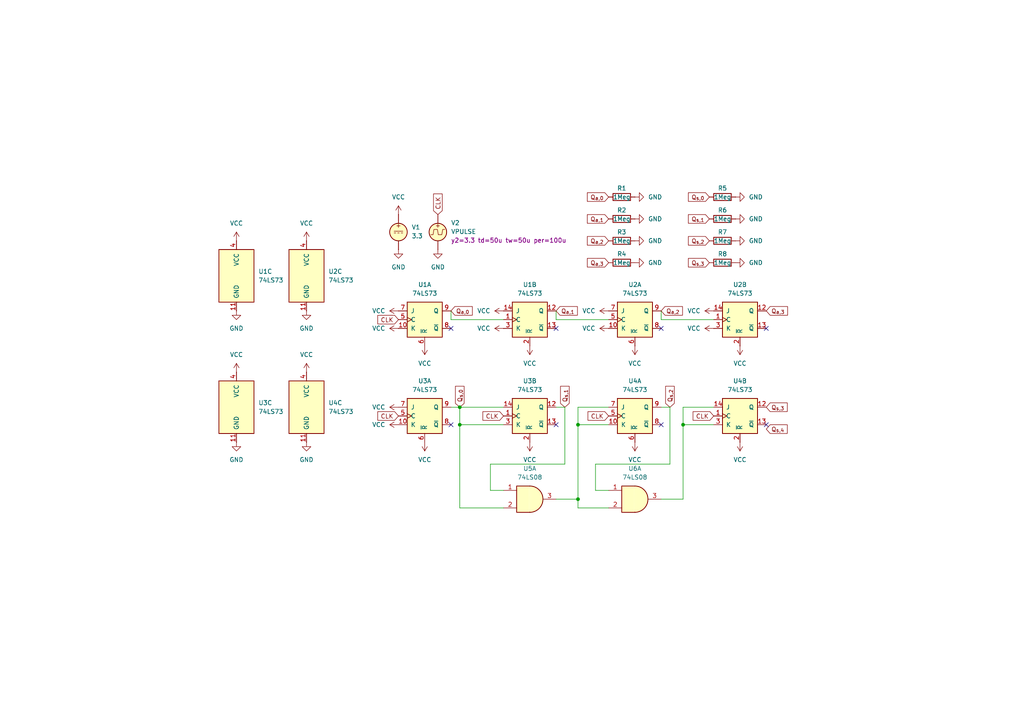
<source format=kicad_sch>
(kicad_sch (version 20250114) (generator "eeschema") (generator_version "9.0")
  (paper "A4")
  (lib_symbols
    (symbol "74xx:74LS08" (pin_names (offset 1.016))
      (property "Reference" "U" (at 0 1.27 0))
      (property "Value" "74LS08" (at 0 -1.27 0))
      (symbol "74LS08_1_1"
        (arc (start 0 3.81) (mid 3.7934 0) (end 0 -3.81) (stroke (width 0.254)) (fill (type background)))
        (polyline (pts (xy 0 3.81) (xy -3.81 3.81) (xy -3.81 -3.81) (xy 0 -3.81)) (stroke (width 0.254)) (fill (type background)))
        (pin input line (at -7.62 2.54 0) (length 3.81) (name "~") (number "1"))
        (pin input line (at -7.62 -2.54 0) (length 3.81) (name "~") (number "2"))
        (pin output line (at 7.62 0 180) (length 3.81) (name "~") (number "3"))
      )
      (symbol "74LS08_1_2"
        (arc (start -3.81 3.81) (mid -2.589 0) (end -3.81 -3.81) (stroke (width 0.254)))
        (polyline (pts (xy -3.81 3.81) (xy -0.635 3.81)) (stroke (width 0.254)) (fill (type background)))
        (polyline (pts (xy -3.81 -3.81) (xy -0.635 -3.81)) (stroke (width 0.254)) (fill (type background)))
        (arc (start 3.81 0) (mid 2.1855 -2.584) (end -0.6096 -3.81) (stroke (width 0.254)) (fill (type background)))
        (arc (start -0.6096 3.81) (mid 2.1928 2.5924) (end 3.81 0) (stroke (width 0.254)) (fill (type background)))
        (polyline (pts (xy -0.635 3.81) (xy -3.81 3.81) (xy -3.81 3.81) (xy -3.556 3.4036) (xy -3.0226 2.2606) (xy -2.6924 1.0414) (xy -2.6162 -0.254) (xy -2.7686 -1.4986) (xy -3.175 -2.7178) (xy -3.81 -3.81) (xy -3.81 -3.81) (xy -0.635 -3.81)) (stroke (width -25.4)) (fill (type background)))
        (pin input inverted (at -7.62 2.54 0) (length 4.318) (name "~") (number "1"))
        (pin input inverted (at -7.62 -2.54 0) (length 4.318) (name "~") (number "2"))
        (pin output inverted (at 7.62 0 180) (length 3.81) (name "~") (number "3"))
      )
      (symbol "74LS08_2_1"
        (arc (start 0 3.81) (mid 3.7934 0) (end 0 -3.81) (stroke (width 0.254)) (fill (type background)))
        (polyline (pts (xy 0 3.81) (xy -3.81 3.81) (xy -3.81 -3.81) (xy 0 -3.81)) (stroke (width 0.254)) (fill (type background)))
        (pin input line (at -7.62 2.54 0) (length 3.81) (name "~") (number "4"))
        (pin input line (at -7.62 -2.54 0) (length 3.81) (name "~") (number "5"))
        (pin output line (at 7.62 0 180) (length 3.81) (name "~") (number "6"))
      )
      (symbol "74LS08_2_2"
        (arc (start -3.81 3.81) (mid -2.589 0) (end -3.81 -3.81) (stroke (width 0.254)))
        (polyline (pts (xy -3.81 3.81) (xy -0.635 3.81)) (stroke (width 0.254)) (fill (type background)))
        (polyline (pts (xy -3.81 -3.81) (xy -0.635 -3.81)) (stroke (width 0.254)) (fill (type background)))
        (arc (start 3.81 0) (mid 2.1855 -2.584) (end -0.6096 -3.81) (stroke (width 0.254)) (fill (type background)))
        (arc (start -0.6096 3.81) (mid 2.1928 2.5924) (end 3.81 0) (stroke (width 0.254)) (fill (type background)))
        (polyline (pts (xy -0.635 3.81) (xy -3.81 3.81) (xy -3.81 3.81) (xy -3.556 3.4036) (xy -3.0226 2.2606) (xy -2.6924 1.0414) (xy -2.6162 -0.254) (xy -2.7686 -1.4986) (xy -3.175 -2.7178) (xy -3.81 -3.81) (xy -3.81 -3.81) (xy -0.635 -3.81)) (stroke (width -25.4)) (fill (type background)))
        (pin input inverted (at -7.62 2.54 0) (length 4.318) (name "~") (number "4"))
        (pin input inverted (at -7.62 -2.54 0) (length 4.318) (name "~") (number "5"))
        (pin output inverted (at 7.62 0 180) (length 3.81) (name "~") (number "6"))
      )
      (symbol "74LS08_3_1"
        (arc (start 0 3.81) (mid 3.7934 0) (end 0 -3.81) (stroke (width 0.254)) (fill (type background)))
        (polyline (pts (xy 0 3.81) (xy -3.81 3.81) (xy -3.81 -3.81) (xy 0 -3.81)) (stroke (width 0.254)) (fill (type background)))
        (pin input line (at -7.62 2.54 0) (length 3.81) (name "~") (number "9"))
        (pin input line (at -7.62 -2.54 0) (length 3.81) (name "~") (number "10"))
        (pin output line (at 7.62 0 180) (length 3.81) (name "~") (number "8"))
      )
      (symbol "74LS08_3_2"
        (arc (start -3.81 3.81) (mid -2.589 0) (end -3.81 -3.81) (stroke (width 0.254)))
        (polyline (pts (xy -3.81 3.81) (xy -0.635 3.81)) (stroke (width 0.254)) (fill (type background)))
        (polyline (pts (xy -3.81 -3.81) (xy -0.635 -3.81)) (stroke (width 0.254)) (fill (type background)))
        (arc (start 3.81 0) (mid 2.1855 -2.584) (end -0.6096 -3.81) (stroke (width 0.254)) (fill (type background)))
        (arc (start -0.6096 3.81) (mid 2.1928 2.5924) (end 3.81 0) (stroke (width 0.254)) (fill (type background)))
        (polyline (pts (xy -0.635 3.81) (xy -3.81 3.81) (xy -3.81 3.81) (xy -3.556 3.4036) (xy -3.0226 2.2606) (xy -2.6924 1.0414) (xy -2.6162 -0.254) (xy -2.7686 -1.4986) (xy -3.175 -2.7178) (xy -3.81 -3.81) (xy -3.81 -3.81) (xy -0.635 -3.81)) (stroke (width -25.4)) (fill (type background)))
        (pin input inverted (at -7.62 2.54 0) (length 4.318) (name "~") (number "9"))
        (pin input inverted (at -7.62 -2.54 0) (length 4.318) (name "~") (number "10"))
        (pin output inverted (at 7.62 0 180) (length 3.81) (name "~") (number "8"))
      )
      (symbol "74LS08_4_1"
        (arc (start 0 3.81) (mid 3.7934 0) (end 0 -3.81) (stroke (width 0.254)) (fill (type background)))
        (polyline (pts (xy 0 3.81) (xy -3.81 3.81) (xy -3.81 -3.81) (xy 0 -3.81)) (stroke (width 0.254)) (fill (type background)))
        (pin input line (at -7.62 2.54 0) (length 3.81) (name "~") (number "12"))
        (pin input line (at -7.62 -2.54 0) (length 3.81) (name "~") (number "13"))
        (pin output line (at 7.62 0 180) (length 3.81) (name "~") (number "11"))
      )
      (symbol "74LS08_4_2"
        (arc (start -3.81 3.81) (mid -2.589 0) (end -3.81 -3.81) (stroke (width 0.254)))
        (polyline (pts (xy -3.81 3.81) (xy -0.635 3.81)) (stroke (width 0.254)) (fill (type background)))
        (polyline (pts (xy -3.81 -3.81) (xy -0.635 -3.81)) (stroke (width 0.254)) (fill (type background)))
        (arc (start 3.81 0) (mid 2.1855 -2.584) (end -0.6096 -3.81) (stroke (width 0.254)) (fill (type background)))
        (arc (start -0.6096 3.81) (mid 2.1928 2.5924) (end 3.81 0) (stroke (width 0.254)) (fill (type background)))
        (polyline (pts (xy -0.635 3.81) (xy -3.81 3.81) (xy -3.81 3.81) (xy -3.556 3.4036) (xy -3.0226 2.2606) (xy -2.6924 1.0414) (xy -2.6162 -0.254) (xy -2.7686 -1.4986) (xy -3.175 -2.7178) (xy -3.81 -3.81) (xy -3.81 -3.81) (xy -0.635 -3.81)) (stroke (width -25.4)) (fill (type background)))
        (pin input inverted (at -7.62 2.54 0) (length 4.318) (name "~") (number "12"))
        (pin input inverted (at -7.62 -2.54 0) (length 4.318) (name "~") (number "13"))
        (pin output inverted (at 7.62 0 180) (length 3.81) (name "~") (number "11"))
      )
      (symbol "74LS08_5_0"
        (pin power_in line (at 0 12.7 270) (length 5.08) (name "VCC") (number "14"))
        (pin power_in line (at 0 -12.7 90) (length 5.08) (name "GND") (number "7"))
      )
      (symbol "74LS08_5_1"
        (rectangle (start -5.08 7.62) (end 5.08 -7.62) (stroke (width 0.254)) (fill (type background)))
      )
    )
    (symbol "74xx:74LS73" (pin_names (offset 1.016))
      (property "Reference" "U" (at -7.62 8.89 0))
      (property "Value" "74LS73" (at -7.62 -8.89 0))
      (symbol "74LS73_1_0"
        (pin input line (at -7.62 2.54 0) (length 2.54) (name "J") (number "7"))
        (pin input clock (at -7.62 0 0) (length 2.54) (name "C") (number "5"))
        (pin input line (at -7.62 -2.54 0) (length 2.54) (name "K") (number "10"))
        (pin input line (at 0 -7.62 90) (length 2.54) (name "~{R}") (number "6"))
        (pin output line (at 7.62 2.54 180) (length 2.54) (name "Q") (number "9"))
        (pin output line (at 7.62 -2.54 180) (length 2.54) (name "~{Q}") (number "8"))
      )
      (symbol "74LS73_1_1"
        (rectangle (start -5.08 5.08) (end 5.08 -5.08) (stroke (width 0.254)) (fill (type background)))
      )
      (symbol "74LS73_2_0"
        (pin input line (at -7.62 2.54 0) (length 2.54) (name "J") (number "14"))
        (pin input clock (at -7.62 0 0) (length 2.54) (name "C") (number "1"))
        (pin input line (at -7.62 -2.54 0) (length 2.54) (name "K") (number "3"))
        (pin input line (at 0 -7.62 90) (length 2.54) (name "~{R}") (number "2"))
        (pin output line (at 7.62 2.54 180) (length 2.54) (name "Q") (number "12"))
        (pin output line (at 7.62 -2.54 180) (length 2.54) (name "~{Q}") (number "13"))
      )
      (symbol "74LS73_2_1"
        (rectangle (start -5.08 5.08) (end 5.08 -5.08) (stroke (width 0.254)) (fill (type background)))
      )
      (symbol "74LS73_3_0"
        (pin power_in line (at 0 10.16 270) (length 2.54) (name "VCC") (number "4"))
        (pin power_in line (at 0 -10.16 90) (length 2.54) (name "GND") (number "11"))
      )
      (symbol "74LS73_3_1"
        (rectangle (start -5.08 7.62) (end 5.08 -7.62) (stroke (width 0.254)) (fill (type background)))
      )
    )
    (symbol "Device:R" (pin_numbers (hide yes)) (pin_names (offset 0))
      (property "Reference" "R" (at 2.032 0 90))
      (property "Value" "R" (at 0 0 90))
      (symbol "R_0_1"
        (rectangle (start -1.016 -2.54) (end 1.016 2.54) (stroke (width 0.254)))
      )
      (symbol "R_1_1"
        (pin passive line (at 0 3.81 270) (length 1.27) (name "~") (number "1"))
        (pin passive line (at 0 -3.81 90) (length 1.27) (name "~") (number "2"))
      )
    )
    (symbol "Simulation_SPICE:VDC" (pin_numbers (hide yes)) (pin_names (offset 0.0254))
      (property "Reference" "V" (at 2.54 2.54 0))
      (property "Value" "1" (at 2.54 0 0))
      (symbol "VDC_0_0"
        (polyline (pts (xy -1.27 0.254) (xy 1.27 0.254)))
        (polyline (pts (xy -0.762 -0.254) (xy -1.27 -0.254)))
        (polyline (pts (xy 0.254 -0.254) (xy -0.254 -0.254)))
        (polyline (pts (xy 1.27 -0.254) (xy 0.762 -0.254)))
        (text "+" (at 0 1.905 0) (effects (font (size 1.27 1.27))))
      )
      (symbol "VDC_0_1"
        (circle (center 0 0) (radius 2.54) (stroke (width 0.254)) (fill (type background)))
      )
      (symbol "VDC_1_1"
        (pin passive line (at 0 5.08 270) (length 2.54) (name "~") (number "1"))
        (pin passive line (at 0 -5.08 90) (length 2.54) (name "~") (number "2"))
      )
    )
    (symbol "Simulation_SPICE:VPULSE" (pin_numbers (hide yes)) (pin_names (offset 0.0254))
      (property "Reference" "V" (at 2.54 2.54 0))
      (property "Value" "VPULSE" (at 2.54 0 0))
      (property "Sim.Params" "y1=0 y2=1 td=2n tr=2n tf=2n tw=50n per=100n" (at 2.54 -2.54 0))
      (symbol "VPULSE_0_0"
        (polyline (pts (xy -2.032 -0.762) (xy -1.397 -0.762) (xy -1.143 0.762) (xy -0.127 0.762) (xy 0.127 -0.762) (xy 1.143 -0.762) (xy 1.397 0.762) (xy 2.032 0.762)))
        (text "+" (at 0 1.905 0) (effects (font (size 1.27 1.27))))
      )
      (symbol "VPULSE_0_1"
        (circle (center 0 0) (radius 2.54) (stroke (width 0.254)) (fill (type background)))
      )
      (symbol "VPULSE_1_1"
        (pin passive line (at 0 5.08 270) (length 2.54) (name "~") (number "1"))
        (pin passive line (at 0 -5.08 90) (length 2.54) (name "~") (number "2"))
      )
    )
    (symbol "power:GND" (power) (pin_numbers (hide yes)) (pin_names (offset 0) (hide yes))
      (property "Value" "GND" (at 0 -3.81 0))
      (symbol "GND_0_1"
        (polyline (pts (xy 0 0) (xy 0 -1.27) (xy 1.27 -1.27) (xy 0 -2.54) (xy -1.27 -1.27) (xy 0 -1.27)))
      )
      (symbol "GND_1_1"
        (pin power_in line (at 0 0 270) (length 0) (name "~") (number "1"))
      )
    )
    (symbol "power:VCC" (power) (pin_numbers (hide yes)) (pin_names (offset 0) (hide yes))
      (property "Value" "VCC" (at 0 3.556 0))
      (symbol "VCC_0_1"
        (polyline (pts (xy -0.762 1.27) (xy 0 2.54)))
        (polyline (pts (xy 0 2.54) (xy 0.762 1.27)))
        (polyline (pts (xy 0 0) (xy 0 2.54)))
      )
      (symbol "VCC_1_1"
        (pin power_in line (at 0 0 90) (length 0) (name "~") (number "1"))
      )
    )
  )
  (junction (at 167.64 123.19))
  (junction (at 133.35 123.19))
  (junction (at 198.12 123.19))
  (junction (at 133.35 118.11))
  (junction (at 167.64 144.78))
  (no_connect (at 161.29 123.19))
  (no_connect (at 130.81 123.19))
  (no_connect (at 130.81 95.25))
  (no_connect (at 222.25 95.25))
  (no_connect (at 191.77 95.25))
  (no_connect (at 191.77 123.19))
  (no_connect (at 222.25 123.19))
  (no_connect (at 161.29 95.25))
  (wire (pts (xy 198.12 144.78) (xy 198.12 123.19)))
  (wire (pts (xy 194.31 118.11) (xy 194.31 134.62)))
  (wire (pts (xy 167.64 123.19) (xy 176.53 123.19)))
  (wire (pts (xy 163.83 134.62) (xy 142.24 134.62)))
  (wire (pts (xy 133.35 123.19) (xy 146.05 123.19)))
  (wire (pts (xy 130.81 118.11) (xy 133.35 118.11)))
  (wire (pts (xy 133.35 118.11) (xy 146.05 118.11)))
  (wire (pts (xy 142.24 142.24) (xy 146.05 142.24)))
  (wire (pts (xy 130.81 90.17) (xy 130.81 92.71)))
  (wire (pts (xy 191.77 92.71) (xy 191.77 90.17)))
  (wire (pts (xy 133.35 123.19) (xy 133.35 147.32)))
  (wire (pts (xy 172.72 142.24) (xy 176.53 142.24)))
  (wire (pts (xy 161.29 144.78) (xy 167.64 144.78)))
  (wire (pts (xy 163.83 118.11) (xy 163.83 134.62)))
  (wire (pts (xy 130.81 92.71) (xy 146.05 92.71)))
  (wire (pts (xy 167.64 144.78) (xy 167.64 123.19)))
  (wire (pts (xy 133.35 118.11) (xy 133.35 123.19)))
  (wire (pts (xy 176.53 92.71) (xy 161.29 92.71)))
  (wire (pts (xy 194.31 118.11) (xy 191.77 118.11)))
  (wire (pts (xy 172.72 134.62) (xy 172.72 142.24)))
  (wire (pts (xy 207.01 92.71) (xy 191.77 92.71)))
  (wire (pts (xy 167.64 147.32) (xy 176.53 147.32)))
  (wire (pts (xy 198.12 118.11) (xy 198.12 123.19)))
  (wire (pts (xy 161.29 118.11) (xy 163.83 118.11)))
  (wire (pts (xy 133.35 147.32) (xy 146.05 147.32)))
  (wire (pts (xy 167.64 118.11) (xy 176.53 118.11)))
  (wire (pts (xy 194.31 134.62) (xy 172.72 134.62)))
  (wire (pts (xy 167.64 118.11) (xy 167.64 123.19)))
  (wire (pts (xy 167.64 144.78) (xy 167.64 147.32)))
  (wire (pts (xy 161.29 90.17) (xy 161.29 92.71)))
  (wire (pts (xy 191.77 144.78) (xy 198.12 144.78)))
  (wire (pts (xy 142.24 134.62) (xy 142.24 142.24)))
  (wire (pts (xy 198.12 118.11) (xy 207.01 118.11)))
  (wire (pts (xy 198.12 123.19) (xy 207.01 123.19)))
  (global_label "Q_{a,0}" (shape input) (at 130.81 90.17 0) (property "Intersheetrefs" "${INTERSHEET_REFS}" (effects (hide yes))))
  (global_label "CLK" (shape input) (at 207.01 120.65 180) (property "Intersheetrefs" "${INTERSHEET_REFS}" (effects (hide yes))))
  (global_label "Q_{a,2}" (shape input) (at 176.53 69.85 180) (property "Intersheetrefs" "${INTERSHEET_REFS}" (effects (hide yes))))
  (global_label "Q_{s,4}" (shape input) (at 222.25 124.46 0) (property "Intersheetrefs" "${INTERSHEET_REFS}" (effects (hide yes))))
  (global_label "Q_{a,1}" (shape input) (at 161.29 90.17 0) (property "Intersheetrefs" "${INTERSHEET_REFS}" (effects (hide yes))))
  (global_label "Q_{s,3}" (shape input) (at 205.74 76.2 180) (property "Intersheetrefs" "${INTERSHEET_REFS}" (effects (hide yes))))
  (global_label "CLK" (shape input) (at 146.05 120.65 180) (property "Intersheetrefs" "${INTERSHEET_REFS}" (effects (hide yes))))
  (global_label "Q_{s,2}" (shape input) (at 194.31 118.11 90) (property "Intersheetrefs" "${INTERSHEET_REFS}" (effects (hide yes))))
  (global_label "Q_{a,3}" (shape input) (at 176.53 76.2 180) (property "Intersheetrefs" "${INTERSHEET_REFS}" (effects (hide yes))))
  (global_label "CLK" (shape input) (at 115.57 92.71 180) (property "Intersheetrefs" "${INTERSHEET_REFS}" (effects (hide yes))))
  (global_label "Q_{a,0}" (shape input) (at 176.53 57.15 180) (property "Intersheetrefs" "${INTERSHEET_REFS}" (effects (hide yes))))
  (global_label "Q_{s,0}" (shape input) (at 205.74 57.15 180) (property "Intersheetrefs" "${INTERSHEET_REFS}" (effects (hide yes))))
  (global_label "Q_{s,2}" (shape input) (at 205.74 69.85 180) (property "Intersheetrefs" "${INTERSHEET_REFS}" (effects (hide yes))))
  (global_label "Q_{a,1}" (shape input) (at 176.53 63.5 180) (property "Intersheetrefs" "${INTERSHEET_REFS}" (effects (hide yes))))
  (global_label "CLK" (shape input) (at 115.57 120.65 180) (property "Intersheetrefs" "${INTERSHEET_REFS}" (effects (hide yes))))
  (global_label "Q_{a,3}" (shape input) (at 222.25 90.17 0) (property "Intersheetrefs" "${INTERSHEET_REFS}" (effects (hide yes))))
  (global_label "CLK" (shape input) (at 127 62.23 90) (property "Intersheetrefs" "${INTERSHEET_REFS}" (effects (hide yes))))
  (global_label "Q_{s,3}" (shape input) (at 222.25 118.11 0) (property "Intersheetrefs" "${INTERSHEET_REFS}" (effects (hide yes))))
  (global_label "CLK" (shape input) (at 176.53 120.65 180) (property "Intersheetrefs" "${INTERSHEET_REFS}" (effects (hide yes))))
  (global_label "Q_{s,1}" (shape input) (at 205.74 63.5 180) (property "Intersheetrefs" "${INTERSHEET_REFS}" (effects (hide yes))))
  (global_label "Q_{s,0}" (shape input) (at 133.35 118.11 90) (property "Intersheetrefs" "${INTERSHEET_REFS}" (effects (hide yes))))
  (global_label "Q_{a,2}" (shape input) (at 191.77 90.17 0) (property "Intersheetrefs" "${INTERSHEET_REFS}" (effects (hide yes))))
  (global_label "Q_{s,1}" (shape input) (at 163.83 118.11 90) (property "Intersheetrefs" "${INTERSHEET_REFS}" (effects (hide yes))))
  (symbol (lib_id "power:VCC") (at 207.01 90.17 90) (unit 1)
    (property "Reference" "#PWR07" (effects (hide yes)))
    (property "Value" "VCC" (at 203.2 90.1699 90) (effects (justify left)))
    (property "Description" "Power symbol creates a global label with name \"VCC\"" (effects (hide yes)))
  )
  (symbol (lib_id "power:VCC") (at 115.57 90.17 90) (unit 1)
    (property "Reference" "#PWR03" (effects (hide yes)))
    (property "Value" "VCC" (at 111.76 90.1699 90) (effects (justify left)))
    (property "Description" "Power symbol creates a global label with name \"VCC\"" (effects (hide yes)))
  )
  (symbol (lib_id "power:VCC") (at 176.53 95.25 90) (unit 1)
    (property "Reference" "#PWR06" (effects (hide yes)))
    (property "Value" "VCC" (at 172.72 95.2499 90) (effects (justify left)))
    (property "Description" "Power symbol creates a global label with name \"VCC\"" (effects (hide yes)))
  )
  (symbol (lib_id "Device:R") (at 209.55 63.5 90) (unit 1)
    (property "Reference" "R6" (at 209.55 60.96 90))
    (property "Value" "1Meg" (at 209.55 63.5 90))
    (property "Description" "Resistor" (effects (hide yes)))
  )
  (symbol (lib_id "Device:R") (at 180.34 63.5 90) (unit 1)
    (property "Reference" "R2" (at 180.34 60.96 90))
    (property "Value" "1Meg" (at 180.34 63.5 90))
    (property "Description" "Resistor" (effects (hide yes)))
  )
  (symbol (lib_id "power:GND") (at 213.36 63.5 90) (unit 1)
    (property "Reference" "#PWR038" (effects (hide yes)))
    (property "Value" "GND" (at 217.17 63.4999 90) (effects (justify right)))
    (property "Description" "Power symbol creates a global label with name \"GND\" , ground" (effects (hide yes)))
  )
  (symbol (lib_id "power:VCC") (at 146.05 90.17 90) (unit 1)
    (property "Reference" "#PWR01" (effects (hide yes)))
    (property "Value" "VCC" (at 142.24 90.1699 90) (effects (justify left)))
    (property "Description" "Power symbol creates a global label with name \"VCC\"" (effects (hide yes)))
  )
  (symbol (lib_id "74xx:74LS73") (at 123.19 92.71 0) (unit 1)
    (property "Reference" "U1" (at 123.19 82.55 0))
    (property "Value" "74LS73" (at 123.19 85.09 0))
    (property "Datasheet" "http://www.ti.com/lit/gpn/sn74LS73" (effects (hide yes)))
    (property "Description" "Dual JK Flip-Flop, reset" (effects (hide yes)))
    (property "Sim.Library" "../74LS73A.lib" (effects (hide yes)))
    (property "Sim.Name" "74LS73A" (effects (hide yes)))
    (property "Sim.Device" "SUBCKT" (effects (hide yes)))
    (property "Sim.Pins" "1=1CLK 2=1CLRBAR 3=1K 4=DPWR 5=2CLK 6=2CLRBAR 7=2J 8=2QBAR 9=2Q 10=2K 11=DGND 12=1Q 13=1QBAR 14=1J" (effects (hide yes)))
  )
  (symbol (lib_id "power:VCC") (at 146.05 95.25 90) (unit 1)
    (property "Reference" "#PWR02" (effects (hide yes)))
    (property "Value" "VCC" (at 142.24 95.2499 90) (effects (justify left)))
    (property "Description" "Power symbol creates a global label with name \"VCC\"" (effects (hide yes)))
  )
  (symbol (lib_id "power:GND") (at 115.57 72.39 0) (unit 1)
    (property "Reference" "#PWR014" (effects (hide yes)))
    (property "Value" "GND" (at 115.57 77.47 0))
    (property "Description" "Power symbol creates a global label with name \"GND\" , ground" (effects (hide yes)))
  )
  (symbol (lib_id "power:GND") (at 213.36 76.2 90) (unit 1)
    (property "Reference" "#PWR040" (effects (hide yes)))
    (property "Value" "GND" (at 217.17 76.1999 90) (effects (justify right)))
    (property "Description" "Power symbol creates a global label with name \"GND\" , ground" (effects (hide yes)))
  )
  (symbol (lib_id "Device:R") (at 180.34 69.85 90) (unit 1)
    (property "Reference" "R3" (at 180.34 67.31 90))
    (property "Value" "1Meg" (at 180.34 69.85 90))
    (property "Description" "Resistor" (effects (hide yes)))
  )
  (symbol (lib_id "power:VCC") (at 115.57 62.23 0) (unit 1)
    (property "Reference" "#PWR013" (effects (hide yes)))
    (property "Value" "VCC" (at 115.57 57.15 0))
    (property "Description" "Power symbol creates a global label with name \"VCC\"" (effects (hide yes)))
  )
  (symbol (lib_id "74xx:74LS73") (at 68.58 118.11 0) (unit 3)
    (property "Reference" "U3" (at 74.93 116.8399 0) (effects (justify left)))
    (property "Value" "74LS73" (at 74.93 119.3799 0) (effects (justify left)))
    (property "Datasheet" "http://www.ti.com/lit/gpn/sn74LS73" (effects (hide yes)))
    (property "Description" "Dual JK Flip-Flop, reset" (effects (hide yes)))
    (property "Sim.Library" "../74LS73A.lib" (effects (hide yes)))
    (property "Sim.Name" "74LS73A" (effects (hide yes)))
    (property "Sim.Device" "SUBCKT" (effects (hide yes)))
    (property "Sim.Pins" "1=1CLK 2=1CLRBAR 3=1K 4=DPWR 5=2CLK 6=2CLRBAR 7=2J 8=2QBAR 9=2Q 10=2K 11=DGND 12=1Q 13=1QBAR 14=1J" (effects (hide yes)))
  )
  (symbol (lib_id "power:VCC") (at 176.53 90.17 90) (unit 1)
    (property "Reference" "#PWR05" (effects (hide yes)))
    (property "Value" "VCC" (at 172.72 90.1699 90) (effects (justify left)))
    (property "Description" "Power symbol creates a global label with name \"VCC\"" (effects (hide yes)))
  )
  (symbol (lib_id "power:VCC") (at 68.58 69.85 0) (unit 1)
    (property "Reference" "#PWR018" (effects (hide yes)))
    (property "Value" "VCC" (at 68.58 64.77 0))
    (property "Description" "Power symbol creates a global label with name \"VCC\"" (effects (hide yes)))
  )
  (symbol (lib_id "power:GND") (at 88.9 128.27 0) (unit 1)
    (property "Reference" "#PWR032" (effects (hide yes)))
    (property "Value" "GND" (at 88.9 133.35 0))
    (property "Description" "Power symbol creates a global label with name \"GND\" , ground" (effects (hide yes)))
  )
  (symbol (lib_id "74xx:74LS73") (at 153.67 120.65 0) (unit 2)
    (property "Reference" "U3" (at 153.67 110.49 0))
    (property "Value" "74LS73" (at 153.67 113.03 0))
    (property "Datasheet" "http://www.ti.com/lit/gpn/sn74LS73" (effects (hide yes)))
    (property "Description" "Dual JK Flip-Flop, reset" (effects (hide yes)))
    (property "Sim.Library" "../74LS73A.lib" (effects (hide yes)))
    (property "Sim.Name" "74LS73A" (effects (hide yes)))
    (property "Sim.Device" "SUBCKT" (effects (hide yes)))
    (property "Sim.Pins" "1=1CLK 2=1CLRBAR 3=1K 4=DPWR 5=2CLK 6=2CLRBAR 7=2J 8=2QBAR 9=2Q 10=2K 11=DGND 12=1Q 13=1QBAR 14=1J" (effects (hide yes)))
  )
  (symbol (lib_id "power:GND") (at 184.15 63.5 90) (unit 1)
    (property "Reference" "#PWR020" (effects (hide yes)))
    (property "Value" "GND" (at 187.96 63.4999 90) (effects (justify right)))
    (property "Description" "Power symbol creates a global label with name \"GND\" , ground" (effects (hide yes)))
  )
  (symbol (lib_id "Device:R") (at 180.34 76.2 90) (unit 1)
    (property "Reference" "R4" (at 180.34 73.66 90))
    (property "Value" "1Meg" (at 180.34 76.2 90))
    (property "Description" "Resistor" (effects (hide yes)))
  )
  (symbol (lib_id "74xx:74LS73") (at 68.58 80.01 0) (unit 3)
    (property "Reference" "U1" (at 74.93 78.7399 0) (effects (justify left)))
    (property "Value" "74LS73" (at 74.93 81.2799 0) (effects (justify left)))
    (property "Datasheet" "http://www.ti.com/lit/gpn/sn74LS73" (effects (hide yes)))
    (property "Description" "Dual JK Flip-Flop, reset" (effects (hide yes)))
    (property "Sim.Library" "../74LS73A.lib" (effects (hide yes)))
    (property "Sim.Name" "74LS73A" (effects (hide yes)))
    (property "Sim.Device" "SUBCKT" (effects (hide yes)))
    (property "Sim.Pins" "1=1CLK 2=1CLRBAR 3=1K 4=DPWR 5=2CLK 6=2CLRBAR 7=2J 8=2QBAR 9=2Q 10=2K 11=DGND 12=1Q 13=1QBAR 14=1J" (effects (hide yes)))
  )
  (symbol (lib_id "Device:R") (at 180.34 57.15 90) (unit 1)
    (property "Reference" "R1" (at 180.34 54.61 90))
    (property "Value" "1Meg" (at 180.34 57.15 90))
    (property "Description" "Resistor" (effects (hide yes)))
  )
  (symbol (lib_id "power:VCC") (at 214.63 100.33 180) (unit 1)
    (property "Reference" "#PWR012" (effects (hide yes)))
    (property "Value" "VCC" (at 214.63 105.41 0))
    (property "Description" "Power symbol creates a global label with name \"VCC\"" (effects (hide yes)))
  )
  (symbol (lib_id "74xx:74LS73") (at 153.67 92.71 0) (unit 2)
    (property "Reference" "U1" (at 153.67 82.55 0))
    (property "Value" "74LS73" (at 153.67 85.09 0))
    (property "Datasheet" "http://www.ti.com/lit/gpn/sn74LS73" (effects (hide yes)))
    (property "Description" "Dual JK Flip-Flop, reset" (effects (hide yes)))
    (property "Sim.Library" "../74LS73A.lib" (effects (hide yes)))
    (property "Sim.Name" "74LS73A" (effects (hide yes)))
    (property "Sim.Device" "SUBCKT" (effects (hide yes)))
    (property "Sim.Pins" "1=1CLK 2=1CLRBAR 3=1K 4=DPWR 5=2CLK 6=2CLRBAR 7=2J 8=2QBAR 9=2Q 10=2K 11=DGND 12=1Q 13=1QBAR 14=1J" (effects (hide yes)))
  )
  (symbol (lib_id "power:VCC") (at 214.63 128.27 180) (unit 1)
    (property "Reference" "#PWR043" (effects (hide yes)))
    (property "Value" "VCC" (at 214.63 133.35 0))
    (property "Description" "Power symbol creates a global label with name \"VCC\"" (effects (hide yes)))
  )
  (symbol (lib_id "power:VCC") (at 184.15 128.27 180) (unit 1)
    (property "Reference" "#PWR036" (effects (hide yes)))
    (property "Value" "VCC" (at 184.15 133.35 0))
    (property "Description" "Power symbol creates a global label with name \"VCC\"" (effects (hide yes)))
  )
  (symbol (lib_id "74xx:74LS08") (at 153.67 144.78 0) (unit 1)
    (property "Reference" "U5" (at 153.6617 135.89 0))
    (property "Value" "74LS08" (at 153.6617 138.43 0))
    (property "Datasheet" "http://www.ti.com/lit/gpn/sn74LS08" (effects (hide yes)))
    (property "Description" "Quad And2" (effects (hide yes)))
    (property "Sim.Library" "../74LS08.lib" (effects (hide yes)))
    (property "Sim.Name" "74LS08" (effects (hide yes)))
    (property "Sim.Device" "SUBCKT" (effects (hide yes)))
    (property "Sim.Pins" "1=1A 2=1B 3=1Y" (effects (hide yes)))
  )
  (symbol (lib_id "power:GND") (at 184.15 57.15 90) (unit 1)
    (property "Reference" "#PWR021" (effects (hide yes)))
    (property "Value" "GND" (at 187.96 57.1499 90) (effects (justify right)))
    (property "Description" "Power symbol creates a global label with name \"GND\" , ground" (effects (hide yes)))
  )
  (symbol (lib_id "74xx:74LS73") (at 184.15 120.65 0) (unit 1)
    (property "Reference" "U4" (at 184.15 110.49 0))
    (property "Value" "74LS73" (at 184.15 113.03 0))
    (property "Datasheet" "http://www.ti.com/lit/gpn/sn74LS73" (effects (hide yes)))
    (property "Description" "Dual JK Flip-Flop, reset" (effects (hide yes)))
    (property "Sim.Library" "../74LS73A.lib" (effects (hide yes)))
    (property "Sim.Name" "74LS73A" (effects (hide yes)))
    (property "Sim.Device" "SUBCKT" (effects (hide yes)))
    (property "Sim.Pins" "1=1CLK 2=1CLRBAR 3=1K 4=DPWR 5=2CLK 6=2CLRBAR 7=2J 8=2QBAR 9=2Q 10=2K 11=DGND 12=1Q 13=1QBAR 14=1J" (effects (hide yes)))
  )
  (symbol (lib_id "power:GND") (at 184.15 76.2 90) (unit 1)
    (property "Reference" "#PWR023" (effects (hide yes)))
    (property "Value" "GND" (at 187.96 76.1999 90) (effects (justify right)))
    (property "Description" "Power symbol creates a global label with name \"GND\" , ground" (effects (hide yes)))
  )
  (symbol (lib_id "power:VCC") (at 68.58 107.95 0) (unit 1)
    (property "Reference" "#PWR026" (effects (hide yes)))
    (property "Value" "VCC" (at 68.58 102.87 0))
    (property "Description" "Power symbol creates a global label with name \"VCC\"" (effects (hide yes)))
  )
  (symbol (lib_id "power:GND") (at 127 72.39 0) (unit 1)
    (property "Reference" "#PWR015" (effects (hide yes)))
    (property "Value" "GND" (at 127 77.47 0))
    (property "Description" "Power symbol creates a global label with name \"GND\" , ground" (effects (hide yes)))
  )
  (symbol (lib_id "74xx:74LS73") (at 184.15 92.71 0) (unit 1)
    (property "Reference" "U2" (at 184.15 82.55 0))
    (property "Value" "74LS73" (at 184.15 85.09 0))
    (property "Datasheet" "http://www.ti.com/lit/gpn/sn74LS73" (effects (hide yes)))
    (property "Description" "Dual JK Flip-Flop, reset" (effects (hide yes)))
    (property "Sim.Library" "../74LS73A.lib" (effects (hide yes)))
    (property "Sim.Name" "74LS73A" (effects (hide yes)))
    (property "Sim.Device" "SUBCKT" (effects (hide yes)))
    (property "Sim.Pins" "1=1CLK 2=1CLRBAR 3=1K 4=DPWR 5=2CLK 6=2CLRBAR 7=2J 8=2QBAR 9=2Q 10=2K 11=DGND 12=1Q 13=1QBAR 14=1J" (effects (hide yes)))
  )
  (symbol (lib_id "power:VCC") (at 115.57 118.11 90) (unit 1)
    (property "Reference" "#PWR024" (effects (hide yes)))
    (property "Value" "VCC" (at 111.76 118.1099 90) (effects (justify left)))
    (property "Description" "Power symbol creates a global label with name \"VCC\"" (effects (hide yes)))
  )
  (symbol (lib_id "Device:R") (at 209.55 57.15 90) (unit 1)
    (property "Reference" "R5" (at 209.55 54.61 90))
    (property "Value" "1Meg" (at 209.55 57.15 90))
    (property "Description" "Resistor" (effects (hide yes)))
  )
  (symbol (lib_id "Device:R") (at 209.55 69.85 90) (unit 1)
    (property "Reference" "R7" (at 209.55 67.31 90))
    (property "Value" "1Meg" (at 209.55 69.85 90))
    (property "Description" "Resistor" (effects (hide yes)))
  )
  (symbol (lib_id "power:GND") (at 68.58 128.27 0) (unit 1)
    (property "Reference" "#PWR027" (effects (hide yes)))
    (property "Value" "GND" (at 68.58 133.35 0))
    (property "Description" "Power symbol creates a global label with name \"GND\" , ground" (effects (hide yes)))
  )
  (symbol (lib_id "74xx:74LS73") (at 123.19 120.65 0) (unit 1)
    (property "Reference" "U3" (at 123.19 110.49 0))
    (property "Value" "74LS73" (at 123.19 113.03 0))
    (property "Datasheet" "http://www.ti.com/lit/gpn/sn74LS73" (effects (hide yes)))
    (property "Description" "Dual JK Flip-Flop, reset" (effects (hide yes)))
    (property "Sim.Library" "../74LS73A.lib" (effects (hide yes)))
    (property "Sim.Name" "74LS73A" (effects (hide yes)))
    (property "Sim.Device" "SUBCKT" (effects (hide yes)))
    (property "Sim.Pins" "1=1CLK 2=1CLRBAR 3=1K 4=DPWR 5=2CLK 6=2CLRBAR 7=2J 8=2QBAR 9=2Q 10=2K 11=DGND 12=1Q 13=1QBAR 14=1J" (effects (hide yes)))
  )
  (symbol (lib_id "74xx:74LS08") (at 184.15 144.78 0) (unit 1)
    (property "Reference" "U6" (at 184.1417 135.89 0))
    (property "Value" "74LS08" (at 184.1417 138.43 0))
    (property "Datasheet" "http://www.ti.com/lit/gpn/sn74LS08" (effects (hide yes)))
    (property "Description" "Quad And2" (effects (hide yes)))
    (property "Sim.Library" "../74LS08.lib" (effects (hide yes)))
    (property "Sim.Name" "74LS08" (effects (hide yes)))
    (property "Sim.Device" "SUBCKT" (effects (hide yes)))
    (property "Sim.Pins" "1=1A 2=1B 3=1Y" (effects (hide yes)))
  )
  (symbol (lib_id "74xx:74LS73") (at 214.63 92.71 0) (unit 2)
    (property "Reference" "U2" (at 214.63 82.55 0))
    (property "Value" "74LS73" (at 214.63 85.09 0))
    (property "Datasheet" "http://www.ti.com/lit/gpn/sn74LS73" (effects (hide yes)))
    (property "Description" "Dual JK Flip-Flop, reset" (effects (hide yes)))
    (property "Sim.Library" "../74LS73A.lib" (effects (hide yes)))
    (property "Sim.Name" "74LS73A" (effects (hide yes)))
    (property "Sim.Device" "SUBCKT" (effects (hide yes)))
    (property "Sim.Pins" "1=1CLK 2=1CLRBAR 3=1K 4=DPWR 5=2CLK 6=2CLRBAR 7=2J 8=2QBAR 9=2Q 10=2K 11=DGND 12=1Q 13=1QBAR 14=1J" (effects (hide yes)))
  )
  (symbol (lib_id "power:VCC") (at 153.67 100.33 180) (unit 1)
    (property "Reference" "#PWR010" (effects (hide yes)))
    (property "Value" "VCC" (at 153.67 105.41 0))
    (property "Description" "Power symbol creates a global label with name \"VCC\"" (effects (hide yes)))
  )
  (symbol (lib_id "74xx:74LS73") (at 88.9 118.11 0) (unit 3)
    (property "Reference" "U4" (at 95.25 116.8399 0) (effects (justify left)))
    (property "Value" "74LS73" (at 95.25 119.3799 0) (effects (justify left)))
    (property "Datasheet" "http://www.ti.com/lit/gpn/sn74LS73" (effects (hide yes)))
    (property "Description" "Dual JK Flip-Flop, reset" (effects (hide yes)))
    (property "Sim.Library" "../74LS73A.lib" (effects (hide yes)))
    (property "Sim.Name" "74LS73A" (effects (hide yes)))
    (property "Sim.Device" "SUBCKT" (effects (hide yes)))
    (property "Sim.Pins" "1=1CLK 2=1CLRBAR 3=1K 4=DPWR 5=2CLK 6=2CLRBAR 7=2J 8=2QBAR 9=2Q 10=2K 11=DGND 12=1Q 13=1QBAR 14=1J" (effects (hide yes)))
  )
  (symbol (lib_id "74xx:74LS73") (at 214.63 120.65 0) (unit 2)
    (property "Reference" "U4" (at 214.63 110.49 0))
    (property "Value" "74LS73" (at 214.63 113.03 0))
    (property "Datasheet" "http://www.ti.com/lit/gpn/sn74LS73" (effects (hide yes)))
    (property "Description" "Dual JK Flip-Flop, reset" (effects (hide yes)))
    (property "Sim.Library" "../74LS73A.lib" (effects (hide yes)))
    (property "Sim.Name" "74LS73A" (effects (hide yes)))
    (property "Sim.Device" "SUBCKT" (effects (hide yes)))
    (property "Sim.Pins" "1=1CLK 2=1CLRBAR 3=1K 4=DPWR 5=2CLK 6=2CLRBAR 7=2J 8=2QBAR 9=2Q 10=2K 11=DGND 12=1Q 13=1QBAR 14=1J" (effects (hide yes)))
  )
  (symbol (lib_id "power:VCC") (at 115.57 95.25 90) (unit 1)
    (property "Reference" "#PWR04" (effects (hide yes)))
    (property "Value" "VCC" (at 111.76 95.2499 90) (effects (justify left)))
    (property "Description" "Power symbol creates a global label with name \"VCC\"" (effects (hide yes)))
  )
  (symbol (lib_id "power:GND") (at 213.36 69.85 90) (unit 1)
    (property "Reference" "#PWR039" (effects (hide yes)))
    (property "Value" "GND" (at 217.17 69.8499 90) (effects (justify right)))
    (property "Description" "Power symbol creates a global label with name \"GND\" , ground" (effects (hide yes)))
  )
  (symbol (lib_id "power:VCC") (at 115.57 123.19 90) (unit 1)
    (property "Reference" "#PWR025" (effects (hide yes)))
    (property "Value" "VCC" (at 111.76 123.1899 90) (effects (justify left)))
    (property "Description" "Power symbol creates a global label with name \"VCC\"" (effects (hide yes)))
  )
  (symbol (lib_id "Device:R") (at 209.55 76.2 90) (unit 1)
    (property "Reference" "R8" (at 209.55 73.66 90))
    (property "Value" "1Meg" (at 209.55 76.2 90))
    (property "Description" "Resistor" (effects (hide yes)))
  )
  (symbol (lib_id "power:VCC") (at 184.15 100.33 180) (unit 1)
    (property "Reference" "#PWR011" (effects (hide yes)))
    (property "Value" "VCC" (at 184.15 105.41 0))
    (property "Description" "Power symbol creates a global label with name \"VCC\"" (effects (hide yes)))
  )
  (symbol (lib_id "Simulation_SPICE:VDC") (at 115.57 67.31 0) (unit 1)
    (property "Reference" "V1" (at 119.38 65.9101 0) (effects (justify left)))
    (property "Value" "3.3" (at 119.38 68.4501 0) (effects (justify left)))
    (property "Datasheet" "https://ngspice.sourceforge.io/docs/ngspice-html-manual/manual.xhtml#sec_Independent_Sources_for" (effects (hide yes)))
    (property "Description" "Voltage source, DC" (effects (hide yes)))
    (property "Sim.Pins" "1=+ 2=-" (effects (hide yes)))
    (property "Sim.Type" "DC" (effects (hide yes)))
    (property "Sim.Device" "V" (effects (hide yes)))
  )
  (symbol (lib_id "power:VCC") (at 123.19 128.27 180) (unit 1)
    (property "Reference" "#PWR028" (effects (hide yes)))
    (property "Value" "VCC" (at 123.19 133.35 0))
    (property "Description" "Power symbol creates a global label with name \"VCC\"" (effects (hide yes)))
  )
  (symbol (lib_id "power:VCC") (at 153.67 128.27 180) (unit 1)
    (property "Reference" "#PWR033" (effects (hide yes)))
    (property "Value" "VCC" (at 153.67 133.35 0))
    (property "Description" "Power symbol creates a global label with name \"VCC\"" (effects (hide yes)))
  )
  (symbol (lib_id "Simulation_SPICE:VPULSE") (at 127 67.31 0) (unit 1)
    (property "Reference" "V2" (at 130.81 64.6401 0) (effects (justify left)))
    (property "Value" "VPULSE" (at 130.81 67.1801 0) (effects (justify left)))
    (property "Datasheet" "https://ngspice.sourceforge.io/docs/ngspice-html-manual/manual.xhtml#sec_Independent_Sources_for" (effects (hide yes)))
    (property "Description" "Voltage source, pulse" (effects (hide yes)))
    (property "Sim.Pins" "1=+ 2=-" (effects (hide yes)))
    (property "Sim.Type" "PULSE" (effects (hide yes)))
    (property "Sim.Device" "V" (effects (hide yes)))
    (property "Sim.Params" "y2=3.3 td=50u tw=50u per=100u" (at 130.81 69.7201 0) (effects (justify left)))
  )
  (symbol (lib_id "74xx:74LS73") (at 88.9 80.01 0) (unit 3)
    (property "Reference" "U2" (at 95.25 78.7399 0) (effects (justify left)))
    (property "Value" "74LS73" (at 95.25 81.2799 0) (effects (justify left)))
    (property "Datasheet" "http://www.ti.com/lit/gpn/sn74LS73" (effects (hide yes)))
    (property "Description" "Dual JK Flip-Flop, reset" (effects (hide yes)))
    (property "Sim.Library" "../74LS73A.lib" (effects (hide yes)))
    (property "Sim.Name" "74LS73A" (effects (hide yes)))
    (property "Sim.Device" "SUBCKT" (effects (hide yes)))
    (property "Sim.Pins" "1=1CLK 2=1CLRBAR 3=1K 4=DPWR 5=2CLK 6=2CLRBAR 7=2J 8=2QBAR 9=2Q 10=2K 11=DGND 12=1Q 13=1QBAR 14=1J" (effects (hide yes)))
  )
  (symbol (lib_id "power:GND") (at 88.9 90.17 0) (unit 1)
    (property "Reference" "#PWR017" (effects (hide yes)))
    (property "Value" "GND" (at 88.9 95.25 0))
    (property "Description" "Power symbol creates a global label with name \"GND\" , ground" (effects (hide yes)))
  )
  (symbol (lib_id "power:VCC") (at 123.19 100.33 180) (unit 1)
    (property "Reference" "#PWR09" (effects (hide yes)))
    (property "Value" "VCC" (at 123.19 105.41 0))
    (property "Description" "Power symbol creates a global label with name \"VCC\"" (effects (hide yes)))
  )
  (symbol (lib_id "power:VCC") (at 88.9 69.85 0) (unit 1)
    (property "Reference" "#PWR019" (effects (hide yes)))
    (property "Value" "VCC" (at 88.9 64.77 0))
    (property "Description" "Power symbol creates a global label with name \"VCC\"" (effects (hide yes)))
  )
  (symbol (lib_id "power:VCC") (at 207.01 95.25 90) (unit 1)
    (property "Reference" "#PWR08" (effects (hide yes)))
    (property "Value" "VCC" (at 203.2 95.2499 90) (effects (justify left)))
    (property "Description" "Power symbol creates a global label with name \"VCC\"" (effects (hide yes)))
  )
  (symbol (lib_id "power:GND") (at 184.15 69.85 90) (unit 1)
    (property "Reference" "#PWR022" (effects (hide yes)))
    (property "Value" "GND" (at 187.96 69.8499 90) (effects (justify right)))
    (property "Description" "Power symbol creates a global label with name \"GND\" , ground" (effects (hide yes)))
  )
  (symbol (lib_id "power:GND") (at 213.36 57.15 90) (unit 1)
    (property "Reference" "#PWR037" (effects (hide yes)))
    (property "Value" "GND" (at 217.17 57.1499 90) (effects (justify right)))
    (property "Description" "Power symbol creates a global label with name \"GND\" , ground" (effects (hide yes)))
  )
  (symbol (lib_id "power:GND") (at 68.58 90.17 0) (unit 1)
    (property "Reference" "#PWR016" (effects (hide yes)))
    (property "Value" "GND" (at 68.58 95.25 0))
    (property "Description" "Power symbol creates a global label with name \"GND\" , ground" (effects (hide yes)))
  )
  (symbol (lib_id "power:VCC") (at 88.9 107.95 0) (unit 1)
    (property "Reference" "#PWR031" (effects (hide yes)))
    (property "Value" "VCC" (at 88.9 102.87 0))
    (property "Description" "Power symbol creates a global label with name \"VCC\"" (effects (hide yes)))
  )
)
</source>
